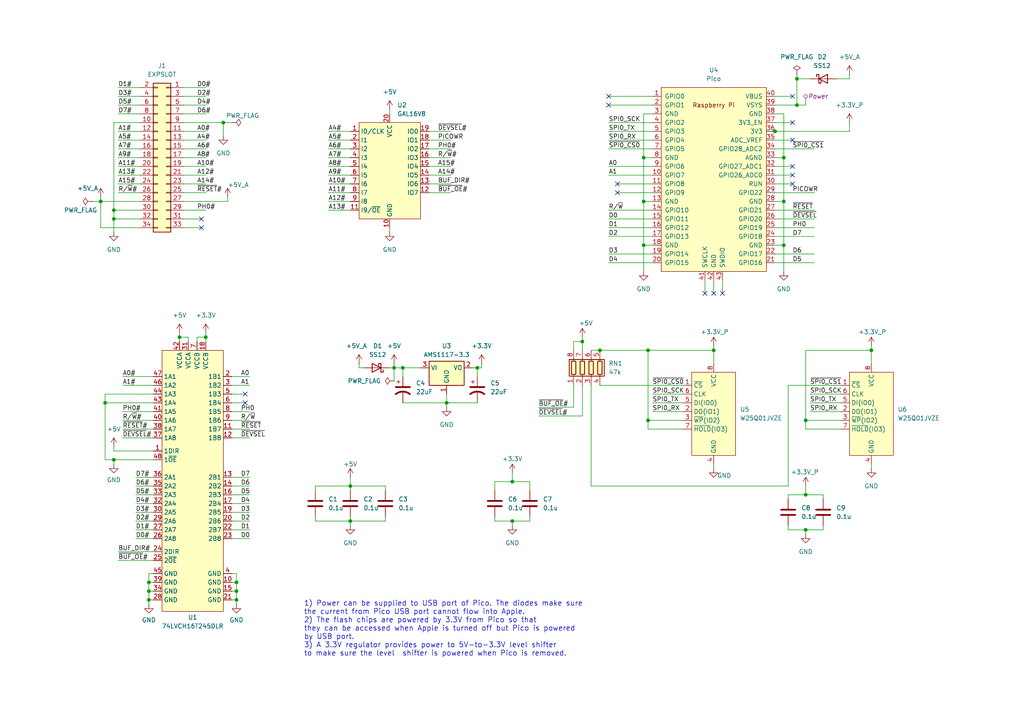
<source format=kicad_sch>
(kicad_sch (version 20231120) (generator "eeschema") (generator_version "8.0")
  (paper "A4")
  (title_block (title "MegaFlash") (date "2024-05-25") (rev "1"))
  (lib_symbols
    (symbol "+3.3V_1" (power) (pin_numbers hide) (pin_names (offset 0) hide)
      (property "Value" "+3.3V" (at 0 3.556 0))
      (symbol "+3.3V_1_1_1"
        (pin power_in line (at 0 0 90) (length 0) (name "~") (number "1"))
      )
    )
    (symbol "+3.3V_2" (power) (pin_numbers hide) (pin_names (offset 0) hide)
      (property "Value" "+3.3V" (at 0 3.556 0))
      (symbol "+3.3V_2_1_1"
        (pin power_in line (at 0 0 90) (length 0) (name "~") (number "1"))
      )
    )
    (symbol "+3.3V_3" (power) (pin_numbers hide) (pin_names (offset 0) hide)
      (property "Value" "+3.3V" (at 0 3.556 0))
      (symbol "+3.3V_3_1_1"
        (pin power_in line (at 0 0 90) (length 0) (name "~") (number "1"))
      )
    )
    (symbol "+5V_1" (power) (pin_numbers hide) (pin_names (offset 0) hide)
      (property "Value" "+5V" (at 0 3.556 0))
      (symbol "+5V_1_1_1"
        (pin power_in line (at 0 0 90) (length 0) (name "~") (number "1"))
      )
    )
    (symbol "+5V_2" (power) (pin_numbers hide) (pin_names (offset 0) hide)
      (property "Value" "+5V" (at 0 3.556 0))
      (symbol "+5V_2_1_1"
        (pin power_in line (at 0 0 90) (length 0) (name "~") (number "1"))
      )
    )
    (symbol "+5V_3" (power) (pin_numbers hide) (pin_names (offset 0) hide)
      (property "Value" "+5V" (at 0 3.556 0))
      (symbol "+5V_3_1_1"
        (pin power_in line (at 0 0 90) (length 0) (name "~") (number "1"))
      )
    )
    (symbol "+5V_5" (power) (pin_numbers hide) (pin_names (offset 0) hide)
      (property "Value" "+5V" (at 0 3.556 0))
      (symbol "+5V_5_1_1"
        (pin power_in line (at 0 0 90) (length 0) (name "~") (number "1"))
      )
    )
    (symbol "+5V_6" (power) (pin_numbers hide) (pin_names (offset 0) hide)
      (property "Value" "+5V" (at 0 3.556 0))
      (symbol "+5V_6_1_1"
        (pin power_in line (at 0 0 90) (length 0) (name "~") (number "1"))
      )
    )
    (symbol "Connector_Generic:Conn_02x17_Odd_Even" (pin_names (offset 1.016) hide)
      (property "Reference" "J" (at 1.27 22.86 0))
      (property "Value" "Conn_02x17_Odd_Even" (at 1.27 -22.86 0))
      (symbol "Conn_02x17_Odd_Even_1_1"
        (pin passive line (at -5.08 20.32 0) (length 3.81) (name "Pin_1") (number "1"))
        (pin passive line (at 7.62 10.16 180) (length 3.81) (name "Pin_10") (number "10"))
        (pin passive line (at -5.08 7.62 0) (length 3.81) (name "Pin_11") (number "11"))
        (pin passive line (at 7.62 7.62 180) (length 3.81) (name "Pin_12") (number "12"))
        (pin passive line (at -5.08 5.08 0) (length 3.81) (name "Pin_13") (number "13"))
        (pin passive line (at 7.62 5.08 180) (length 3.81) (name "Pin_14") (number "14"))
        (pin passive line (at -5.08 2.54 0) (length 3.81) (name "Pin_15") (number "15"))
        (pin passive line (at 7.62 2.54 180) (length 3.81) (name "Pin_16") (number "16"))
        (pin passive line (at -5.08 0 0) (length 3.81) (name "Pin_17") (number "17"))
        (pin passive line (at 7.62 0 180) (length 3.81) (name "Pin_18") (number "18"))
        (pin passive line (at -5.08 -2.54 0) (length 3.81) (name "Pin_19") (number "19"))
        (pin passive line (at 7.62 20.32 180) (length 3.81) (name "Pin_2") (number "2"))
        (pin passive line (at 7.62 -2.54 180) (length 3.81) (name "Pin_20") (number "20"))
        (pin passive line (at -5.08 -5.08 0) (length 3.81) (name "Pin_21") (number "21"))
        (pin passive line (at 7.62 -5.08 180) (length 3.81) (name "Pin_22") (number "22"))
        (pin passive line (at -5.08 -7.62 0) (length 3.81) (name "Pin_23") (number "23"))
        (pin passive line (at 7.62 -7.62 180) (length 3.81) (name "Pin_24") (number "24"))
        (pin passive line (at -5.08 -10.16 0) (length 3.81) (name "Pin_25") (number "25"))
        (pin passive line (at 7.62 -10.16 180) (length 3.81) (name "Pin_26") (number "26"))
        (pin passive line (at -5.08 -12.7 0) (length 3.81) (name "Pin_27") (number "27"))
        (pin passive line (at 7.62 -12.7 180) (length 3.81) (name "Pin_28") (number "28"))
        (pin passive line (at -5.08 -15.24 0) (length 3.81) (name "Pin_29") (number "29"))
        (pin passive line (at -5.08 17.78 0) (length 3.81) (name "Pin_3") (number "3"))
        (pin passive line (at 7.62 -15.24 180) (length 3.81) (name "Pin_30") (number "30"))
        (pin passive line (at -5.08 -17.78 0) (length 3.81) (name "Pin_31") (number "31"))
        (pin passive line (at 7.62 -17.78 180) (length 3.81) (name "Pin_32") (number "32"))
        (pin passive line (at -5.08 -20.32 0) (length 3.81) (name "Pin_33") (number "33"))
        (pin passive line (at 7.62 -20.32 180) (length 3.81) (name "Pin_34") (number "34"))
        (pin passive line (at 7.62 17.78 180) (length 3.81) (name "Pin_4") (number "4"))
        (pin passive line (at -5.08 15.24 0) (length 3.81) (name "Pin_5") (number "5"))
        (pin passive line (at 7.62 15.24 180) (length 3.81) (name "Pin_6") (number "6"))
        (pin passive line (at -5.08 12.7 0) (length 3.81) (name "Pin_7") (number "7"))
        (pin passive line (at 7.62 12.7 180) (length 3.81) (name "Pin_8") (number "8"))
        (pin passive line (at -5.08 10.16 0) (length 3.81) (name "Pin_9") (number "9"))
      )
    )
    (symbol "Device:C" (pin_numbers hide) (pin_names (offset 0.254))
      (property "Reference" "C" (at 0.635 2.54 0))
      (property "Value" "C" (at 0.635 -2.54 0))
      (symbol "C_1_1"
        (pin passive line (at 0 3.81 270) (length 2.794) (name "~") (number "1"))
        (pin passive line (at 0 -3.81 90) (length 2.794) (name "~") (number "2"))
      )
    )
    (symbol "Device:C_Polarized_US" (pin_numbers hide) (pin_names (offset 0.254) hide)
      (property "Reference" "C" (at 0.635 2.54 0))
      (property "Value" "C_Polarized_US" (at 0.635 -2.54 0))
      (symbol "C_Polarized_US_1_1"
        (pin passive line (at 0 3.81 270) (length 2.794) (name "~") (number "1"))
        (pin passive line (at 0 -3.81 90) (length 3.302) (name "~") (number "2"))
      )
    )
    (symbol "Device:R_Pack04" (pin_names (offset 0) hide)
      (property "Reference" "RN" (at -7.62 0 90))
      (property "Value" "R_Pack04" (at 5.08 0 90))
      (symbol "R_Pack04_1_1"
        (pin passive line (at -5.08 -5.08 90) (length 2.54) (name "R1.1") (number "1"))
        (pin passive line (at -2.54 -5.08 90) (length 2.54) (name "R2.1") (number "2"))
        (pin passive line (at 0 -5.08 90) (length 2.54) (name "R3.1") (number "3"))
        (pin passive line (at 2.54 -5.08 90) (length 2.54) (name "R4.1") (number "4"))
        (pin passive line (at 2.54 5.08 270) (length 2.54) (name "R4.2") (number "5"))
        (pin passive line (at 0 5.08 270) (length 2.54) (name "R3.2") (number "6"))
        (pin passive line (at -2.54 5.08 270) (length 2.54) (name "R2.2") (number "7"))
        (pin passive line (at -5.08 5.08 270) (length 2.54) (name "R1.2") (number "8"))
      )
    )
    (symbol "Diode:SS12" (pin_numbers hide) (pin_names (offset 1.016) hide)
      (property "Reference" "D" (at 0 2.54 0))
      (property "Value" "SS12" (at 0 -2.54 0))
      (symbol "SS12_1_1"
        (pin passive line (at -3.81 0 0) (length 2.54) (name "K") (number "1"))
        (pin passive line (at 3.81 0 180) (length 2.54) (name "A") (number "2"))
      )
    )
    (symbol "GND_1" (power) (pin_numbers hide) (pin_names (offset 0) hide)
      (property "Value" "GND" (at 0 -3.81 0))
      (symbol "GND_1_1_1"
        (pin power_in line (at 0 0 270) (length 0) (name "~") (number "1"))
      )
    )
    (symbol "GND_2" (power) (pin_numbers hide) (pin_names (offset 0) hide)
      (property "Value" "GND" (at 0 -3.81 0))
      (symbol "GND_2_1_1"
        (pin power_in line (at 0 0 270) (length 0) (name "~") (number "1"))
      )
    )
    (symbol "GND_4" (power) (pin_numbers hide) (pin_names (offset 0) hide)
      (property "Value" "GND" (at 0 -3.81 0))
      (symbol "GND_4_1_1"
        (pin power_in line (at 0 0 270) (length 0) (name "~") (number "1"))
      )
    )
    (symbol "GND_5" (power) (pin_numbers hide) (pin_names (offset 0) hide)
      (property "Value" "GND" (at 0 -3.81 0))
      (symbol "GND_5_1_1"
        (pin power_in line (at 0 0 270) (length 0) (name "~") (number "1"))
      )
    )
    (symbol "GND_6" (power) (pin_numbers hide) (pin_names (offset 0) hide)
      (property "Value" "GND" (at 0 -3.81 0))
      (symbol "GND_6_1_1"
        (pin power_in line (at 0 0 270) (length 0) (name "~") (number "1"))
      )
    )
    (symbol "GND_7" (power) (pin_numbers hide) (pin_names (offset 0) hide)
      (property "Value" "GND" (at 0 -3.81 0))
      (symbol "GND_7_1_1"
        (pin power_in line (at 0 0 270) (length 0) (name "~") (number "1"))
      )
    )
    (symbol "GND_8" (power) (pin_numbers hide) (pin_names (offset 0) hide)
      (property "Value" "GND" (at 0 -3.81 0))
      (symbol "GND_8_1_1"
        (pin power_in line (at 0 0 270) (length 0) (name "~") (number "1"))
      )
    )
    (symbol "Level_Shifter:74LVCH16T245"
      (property "Reference" "U" (at 0 0 0))
      (symbol "74LVCH16T245_1_1"
        (pin input line (at -11.43 -35.56 0) (length 2.54) (name "1DIR") (number "1"))
        (pin power_in line (at 11.43 -73.66 180) (length 2.54) (name "GND") (number "10"))
        (pin bidirectional line (at 11.43 -29.21 180) (length 2.54) (name "1B7") (number "11"))
        (pin bidirectional line (at 11.43 -31.75 180) (length 2.54) (name "1B8") (number "12"))
        (pin bidirectional line (at 11.43 -43.18 180) (length 2.54) (name "2B1") (number "13"))
        (pin bidirectional line (at 11.43 -45.72 180) (length 2.54) (name "2B2") (number "14"))
        (pin power_in line (at 11.43 -76.2 180) (length 2.54) (name "GND") (number "15"))
        (pin bidirectional line (at 11.43 -48.26 180) (length 2.54) (name "2B3") (number "16"))
        (pin bidirectional line (at 11.43 -50.8 180) (length 2.54) (name "2B4") (number "17"))
        (pin power_in line (at 3.81 -3.81 270) (length 2.54) (name "VCCB") (number "18"))
        (pin bidirectional line (at 11.43 -53.34 180) (length 2.54) (name "2B5") (number "19"))
        (pin bidirectional line (at 11.43 -13.97 180) (length 2.54) (name "1B1") (number "2"))
        (pin bidirectional line (at 11.43 -55.88 180) (length 2.54) (name "2B6") (number "20"))
        (pin power_in line (at 11.43 -78.74 180) (length 2.54) (name "GND") (number "21"))
        (pin bidirectional line (at 11.43 -58.42 180) (length 2.54) (name "2B7") (number "22"))
        (pin bidirectional line (at 11.43 -60.96 180) (length 2.54) (name "2B8") (number "23"))
        (pin input line (at -11.43 -64.77 0) (length 2.54) (name "2DIR") (number "24"))
        (pin input line (at -11.43 -67.31 0) (length 2.54) (name "2~{OE}") (number "25"))
        (pin bidirectional line (at -11.43 -60.96 0) (length 2.54) (name "2A8") (number "26"))
        (pin bidirectional line (at -11.43 -58.42 0) (length 2.54) (name "2A7") (number "27"))
        (pin power_in line (at -11.43 -78.74 0) (length 2.54) (name "GND") (number "28"))
        (pin bidirectional line (at -11.43 -55.88 0) (length 2.54) (name "2A6") (number "29"))
        (pin bidirectional line (at 11.43 -16.51 180) (length 2.54) (name "1B2") (number "3"))
        (pin bidirectional line (at -11.43 -53.34 0) (length 2.54) (name "2A5") (number "30"))
        (pin power_in line (at -1.27 -3.81 270) (length 2.54) (name "VCCA") (number "31"))
        (pin bidirectional line (at -11.43 -50.8 0) (length 2.54) (name "2A4") (number "32"))
        (pin bidirectional line (at -11.43 -48.26 0) (length 2.54) (name "2A3") (number "33"))
        (pin power_in line (at -11.43 -76.2 0) (length 2.54) (name "GND") (number "34"))
        (pin bidirectional line (at -11.43 -45.72 0) (length 2.54) (name "2A2") (number "35"))
        (pin bidirectional line (at -11.43 -43.18 0) (length 2.54) (name "2A1") (number "36"))
        (pin bidirectional line (at -11.43 -31.75 0) (length 2.54) (name "1A8") (number "37"))
        (pin bidirectional line (at -11.43 -29.21 0) (length 2.54) (name "1A7") (number "38"))
        (pin power_in line (at -11.43 -73.66 0) (length 2.54) (name "GND") (number "39"))
        (pin power_in line (at 11.43 -71.12 180) (length 2.54) (name "GND") (number "4"))
        (pin bidirectional line (at -11.43 -26.67 0) (length 2.54) (name "1A6") (number "40"))
        (pin bidirectional line (at -11.43 -24.13 0) (length 2.54) (name "1A5") (number "41"))
        (pin power_in line (at -3.81 -3.81 270) (length 2.54) (name "VCCA") (number "42"))
        (pin bidirectional line (at -11.43 -21.59 0) (length 2.54) (name "1A4") (number "43"))
        (pin bidirectional line (at -11.43 -19.05 0) (length 2.54) (name "1A3") (number "44"))
        (pin power_in line (at -11.43 -71.12 0) (length 2.54) (name "GND") (number "45"))
        (pin bidirectional line (at -11.43 -16.51 0) (length 2.54) (name "1A2") (number "46"))
        (pin bidirectional line (at -11.43 -13.97 0) (length 2.54) (name "1A1") (number "47"))
        (pin input line (at -11.43 -38.1 0) (length 2.54) (name "1~{OE}") (number "48"))
        (pin bidirectional line (at 11.43 -19.05 180) (length 2.54) (name "1B3") (number "5"))
        (pin bidirectional line (at 11.43 -21.59 180) (length 2.54) (name "1B4") (number "6"))
        (pin power_in line (at 1.27 -3.81 270) (length 2.54) (name "VCCB") (number "7"))
        (pin bidirectional line (at 11.43 -24.13 180) (length 2.54) (name "1B5") (number "8"))
        (pin bidirectional line (at 11.43 -26.67 180) (length 2.54) (name "1B6") (number "9"))
      )
    )
    (symbol "MCU_RhaspberryPi_and_Boards:Pico" (pin_names (offset 1.016))
      (property "Reference" "U" (at -13.97 27.94 0))
      (property "Value" "Pico" (at 0 19.05 0))
      (symbol "Pico_0_0"
        (text "Raspberry Pi" (at 0 21.59 0) (effects (font (size 1.27 1.27))))
      )
      (symbol "Pico_1_1"
        (pin bidirectional line (at -17.78 24.13 0) (length 2.54) (name "GPIO0") (number "1"))
        (pin bidirectional line (at -17.78 1.27 0) (length 2.54) (name "GPIO7") (number "10"))
        (pin bidirectional line (at -17.78 -1.27 0) (length 2.54) (name "GPIO8") (number "11"))
        (pin bidirectional line (at -17.78 -3.81 0) (length 2.54) (name "GPIO9") (number "12"))
        (pin power_in line (at -17.78 -6.35 0) (length 2.54) (name "GND") (number "13"))
        (pin bidirectional line (at -17.78 -8.89 0) (length 2.54) (name "GPIO10") (number "14"))
        (pin bidirectional line (at -17.78 -11.43 0) (length 2.54) (name "GPIO11") (number "15"))
        (pin bidirectional line (at -17.78 -13.97 0) (length 2.54) (name "GPIO12") (number "16"))
        (pin bidirectional line (at -17.78 -16.51 0) (length 2.54) (name "GPIO13") (number "17"))
        (pin power_in line (at -17.78 -19.05 0) (length 2.54) (name "GND") (number "18"))
        (pin bidirectional line (at -17.78 -21.59 0) (length 2.54) (name "GPIO14") (number "19"))
        (pin bidirectional line (at -17.78 21.59 0) (length 2.54) (name "GPIO1") (number "2"))
        (pin bidirectional line (at -17.78 -24.13 0) (length 2.54) (name "GPIO15") (number "20"))
        (pin bidirectional line (at 17.78 -24.13 180) (length 2.54) (name "GPIO16") (number "21"))
        (pin bidirectional line (at 17.78 -21.59 180) (length 2.54) (name "GPIO17") (number "22"))
        (pin power_in line (at 17.78 -19.05 180) (length 2.54) (name "GND") (number "23"))
        (pin bidirectional line (at 17.78 -16.51 180) (length 2.54) (name "GPIO18") (number "24"))
        (pin bidirectional line (at 17.78 -13.97 180) (length 2.54) (name "GPIO19") (number "25"))
        (pin bidirectional line (at 17.78 -11.43 180) (length 2.54) (name "GPIO20") (number "26"))
        (pin bidirectional line (at 17.78 -8.89 180) (length 2.54) (name "GPIO21") (number "27"))
        (pin power_in line (at 17.78 -6.35 180) (length 2.54) (name "GND") (number "28"))
        (pin bidirectional line (at 17.78 -3.81 180) (length 2.54) (name "GPIO22") (number "29"))
        (pin power_in line (at -17.78 19.05 0) (length 2.54) (name "GND") (number "3"))
        (pin input line (at 17.78 -1.27 180) (length 2.54) (name "RUN") (number "30"))
        (pin bidirectional line (at 17.78 1.27 180) (length 2.54) (name "GPIO26_ADC0") (number "31"))
        (pin bidirectional line (at 17.78 3.81 180) (length 2.54) (name "GPIO27_ADC1") (number "32"))
        (pin power_in line (at 17.78 6.35 180) (length 2.54) (name "AGND") (number "33"))
        (pin bidirectional line (at 17.78 8.89 180) (length 2.54) (name "GPIO28_ADC2") (number "34"))
        (pin input line (at 17.78 11.43 180) (length 2.54) (name "ADC_VREF") (number "35"))
        (pin power_out line (at 17.78 13.97 180) (length 2.54) (name "3V3") (number "36"))
        (pin input line (at 17.78 16.51 180) (length 2.54) (name "3V3_EN") (number "37"))
        (pin power_in line (at 17.78 19.05 180) (length 2.54) (name "GND") (number "38"))
        (pin power_in line (at 17.78 21.59 180) (length 2.54) (name "VSYS") (number "39"))
        (pin bidirectional line (at -17.78 16.51 0) (length 2.54) (name "GPIO2") (number "4"))
        (pin power_out line (at 17.78 24.13 180) (length 2.54) (name "VBUS") (number "40"))
        (pin input line (at -2.54 -29.21 90) (length 2.54) (name "SWCLK") (number "41"))
        (pin power_in line (at 0 -29.21 90) (length 2.54) (name "GND") (number "42"))
        (pin bidirectional line (at 2.54 -29.21 90) (length 2.54) (name "SWDIO") (number "43"))
        (pin bidirectional line (at -17.78 13.97 0) (length 2.54) (name "GPIO3") (number "5"))
        (pin bidirectional line (at -17.78 11.43 0) (length 2.54) (name "GPIO4") (number "6"))
        (pin bidirectional line (at -17.78 8.89 0) (length 2.54) (name "GPIO5") (number "7"))
        (pin power_in line (at -17.78 6.35 0) (length 2.54) (name "GND") (number "8"))
        (pin bidirectional line (at -17.78 3.81 0) (length 2.54) (name "GPIO6") (number "9"))
      )
    )
    (symbol "Memory_Winbond:W25Q01JVZE"
      (property "Reference" "U" (at 7.366 1.524 0))
      (property "Value" "W25Q01JVZE" (at 12.7 -0.254 0))
      (symbol "W25Q01JVZE_1_1"
        (pin input line (at -8.89 7.62 0) (length 2.54) (name "~{CS}") (number "1"))
        (pin bidirectional line (at -8.89 0 0) (length 2.54) (name "DO(IO1)") (number "2"))
        (pin passive line (at -8.89 -2.54 0) (length 2.54) (name "~{WP}(IO2)") (number "3"))
        (pin power_in line (at 0 -15.24 90) (length 2.54) (name "GND") (number "4"))
        (pin bidirectional line (at -8.89 2.54 0) (length 2.54) (name "DI(IO0)") (number "5"))
        (pin input line (at -8.89 5.08 0) (length 2.54) (name "CLK") (number "6"))
        (pin passive line (at -8.89 -5.08 0) (length 2.54) (name "~{HOLD}(IO3)") (number "7"))
        (pin power_in line (at 0 13.97 270) (length 2.54) (name "VCC") (number "8"))
      )
    )
    (symbol "PLD:GAL16V8"
      (property "Reference" "U" (at 0 21.59 0))
      (property "Value" "GAL16V8" (at 0 19.05 0))
      (symbol "GAL16V8_1_1"
        (pin input line (at -11.43 11.43 0) (length 2.54) (name "I0/CLK") (number "1"))
        (pin power_in line (at 0 -16.51 90) (length 2.54) (name "GND") (number "10"))
        (pin input line (at -11.43 -11.43 0) (length 2.54) (name "I9/~{OE}") (number "11"))
        (pin bidirectional line (at 11.43 -6.35 180) (length 2.54) (name "IO7") (number "12"))
        (pin bidirectional line (at 11.43 -3.81 180) (length 2.54) (name "IO6") (number "13"))
        (pin bidirectional line (at 11.43 -1.27 180) (length 2.54) (name "IO5") (number "14"))
        (pin bidirectional line (at 11.43 1.27 180) (length 2.54) (name "IO4") (number "15"))
        (pin bidirectional line (at 11.43 3.81 180) (length 2.54) (name "IO3") (number "16"))
        (pin bidirectional line (at 11.43 6.35 180) (length 2.54) (name "IO2") (number "17"))
        (pin bidirectional line (at 11.43 8.89 180) (length 2.54) (name "IO1") (number "18"))
        (pin bidirectional line (at 11.43 11.43 180) (length 2.54) (name "IO0") (number "19"))
        (pin input line (at -11.43 8.89 0) (length 2.54) (name "I1") (number "2"))
        (pin power_in line (at 0 16.51 270) (length 2.54) (name "VCC") (number "20"))
        (pin input line (at -11.43 6.35 0) (length 2.54) (name "I2") (number "3"))
        (pin input line (at -11.43 3.81 0) (length 2.54) (name "I3") (number "4"))
        (pin input line (at -11.43 1.27 0) (length 2.54) (name "I4") (number "5"))
        (pin input line (at -11.43 -1.27 0) (length 2.54) (name "I5") (number "6"))
        (pin input line (at -11.43 -3.81 0) (length 2.54) (name "I6") (number "7"))
        (pin input line (at -11.43 -6.35 0) (length 2.54) (name "I7") (number "8"))
        (pin input line (at -11.43 -8.89 0) (length 2.54) (name "I8") (number "9"))
      )
    )
    (symbol "PWR_FLAG_1" (power) (pin_numbers hide) (pin_names (offset 0) hide)
      (property "Value" "PWR_FLAG" (at 0 3.81 0))
      (symbol "PWR_FLAG_1_0_0"
        (pin power_out line (at 0 0 90) (length 0) (name "~") (number "1"))
      )
    )
    (symbol "PWR_FLAG_2" (power) (pin_numbers hide) (pin_names (offset 0) hide)
      (property "Value" "PWR_FLAG" (at 0 3.81 0))
      (symbol "PWR_FLAG_2_0_0"
        (pin power_out line (at 0 0 90) (length 0) (name "~") (number "1"))
      )
    )
    (symbol "Regulator_Linear:AMS1117-3.3"
      (property "Reference" "U" (at -3.81 3.175 0))
      (property "Value" "AMS1117-3.3" (at 0 3.175 0))
      (symbol "AMS1117-3.3_1_1"
        (pin power_in line (at 0 -7.62 90) (length 2.54) (name "GND") (number "1"))
        (pin power_out line (at 7.62 0 180) (length 2.54) (name "VO") (number "2"))
        (pin power_in line (at -7.62 0 0) (length 2.54) (name "VI") (number "3"))
      )
    )
    (symbol "power:+5V" (power) (pin_numbers hide) (pin_names (offset 0) hide)
      (property "Value" "+5V" (at 0 3.556 0))
      (symbol "+5V_1_1"
        (pin power_in line (at 0 0 90) (length 0) (name "~") (number "1"))
      )
    )
  )
  (junction (at 43.18 173.99))
  (junction (at 129.54 116.84))
  (junction (at 33.02 133.35))
  (junction (at 33.02 63.5))
  (junction (at 101.6 151.13))
  (junction (at 233.68 121.92))
  (junction (at 187.96 101.6))
  (junction (at 186.69 45.72))
  (junction (at 114.3 106.68))
  (junction (at 30.48 116.84))
  (junction (at 101.6 140.97))
  (junction (at 68.58 173.99))
  (junction (at 187.96 121.92))
  (junction (at 227.33 71.12))
  (junction (at 231.14 22.86))
  (junction (at 59.69 97.79))
  (junction (at 43.18 168.91))
  (junction (at 186.69 71.12))
  (junction (at 252.73 101.6))
  (junction (at 33.02 60.96))
  (junction (at 173.99 101.6))
  (junction (at 148.59 151.13))
  (junction (at 68.58 168.91))
  (junction (at 207.01 101.6))
  (junction (at 231.14 30.48))
  (junction (at 227.33 58.42))
  (junction (at 227.33 45.72))
  (junction (at 138.43 106.68))
  (junction (at 233.68 143.51))
  (junction (at 148.59 139.7))
  (junction (at 224.79 38.1))
  (junction (at 168.91 99.06))
  (junction (at 43.18 171.45))
  (junction (at 29.21 58.42))
  (junction (at 116.84 106.68))
  (junction (at 68.58 171.45))
  (junction (at 64.77 35.56))
  (junction (at 233.68 153.67))
  (junction (at 186.69 58.42))
  (junction (at 52.07 97.79))
  (no_connect (at 58.42 66.04))
  (no_connect (at 179.07 53.34))
  (no_connect (at 179.07 55.88))
  (no_connect (at 229.87 27.94))
  (no_connect (at 229.87 53.34))
  (no_connect (at 229.87 50.8))
  (no_connect (at 58.42 63.5))
  (no_connect (at 229.87 48.26))
  (no_connect (at 176.53 27.94))
  (no_connect (at 229.87 40.64))
  (no_connect (at 209.55 85.09))
  (no_connect (at 71.12 116.84))
  (no_connect (at 204.47 85.09))
  (no_connect (at 176.53 30.48))
  (no_connect (at 71.12 114.3))
  (no_connect (at 207.01 85.09))
  (no_connect (at 229.87 35.56))
  (wire (pts (xy 231.14 22.86) (xy 234.95 22.86)))
  (wire (pts (xy 124.46 38.1) (xy 130.81 38.1)))
  (wire (pts (xy 224.79 58.42) (xy 227.33 58.42)))
  (wire (pts (xy 176.53 66.04) (xy 189.23 66.04)))
  (wire (pts (xy 30.48 116.84) (xy 30.48 114.3)))
  (wire (pts (xy 176.53 60.96) (xy 189.23 60.96)))
  (wire (pts (xy 53.34 66.04) (xy 58.42 66.04)))
  (wire (pts (xy 228.6 143.51) (xy 228.6 144.78)))
  (wire (pts (xy 234.95 114.3) (xy 243.84 114.3)))
  (wire (pts (xy 153.67 139.7) (xy 153.67 142.24)))
  (wire (pts (xy 231.14 30.48) (xy 233.68 30.48)))
  (wire (pts (xy 224.79 68.58) (xy 236.22 68.58)))
  (wire (pts (xy 139.7 106.68) (xy 139.7 105.41)))
  (wire (pts (xy 224.79 38.1) (xy 246.38 38.1)))
  (wire (pts (xy 34.29 48.26) (xy 40.64 48.26)))
  (wire (pts (xy 35.56 119.38) (xy 44.45 119.38)))
  (wire (pts (xy 209.55 81.28) (xy 209.55 85.09)))
  (wire (pts (xy 52.07 96.52) (xy 52.07 97.79)))
  (wire (pts (xy 129.54 116.84) (xy 138.43 116.84)))
  (wire (pts (xy 148.59 151.13) (xy 148.59 152.4)))
  (wire (pts (xy 156.21 120.65) (xy 168.91 120.65)))
  (wire (pts (xy 95.25 53.34) (xy 101.6 53.34)))
  (wire (pts (xy 143.51 142.24) (xy 143.51 139.7)))
  (wire (pts (xy 34.29 30.48) (xy 40.64 30.48)))
  (wire (pts (xy 116.84 106.68) (xy 121.92 106.68)))
  (wire (pts (xy 224.79 43.18) (xy 236.22 43.18)))
  (wire (pts (xy 95.25 40.64) (xy 101.6 40.64)))
  (wire (pts (xy 124.46 53.34) (xy 130.81 53.34)))
  (wire (pts (xy 33.02 60.96) (xy 33.02 35.56)))
  (wire (pts (xy 59.69 97.79) (xy 59.69 99.06)))
  (wire (pts (xy 114.3 105.41) (xy 114.3 106.68)))
  (wire (pts (xy 234.95 116.84) (xy 243.84 116.84)))
  (wire (pts (xy 189.23 71.12) (xy 186.69 71.12)))
  (wire (pts (xy 67.31 138.43) (xy 72.39 138.43)))
  (wire (pts (xy 33.02 60.96) (xy 33.02 63.5)))
  (wire (pts (xy 156.21 118.11) (xy 166.37 118.11)))
  (wire (pts (xy 224.79 40.64) (xy 229.87 40.64)))
  (wire (pts (xy 166.37 99.06) (xy 166.37 101.6)))
  (wire (pts (xy 67.31 116.84) (xy 71.12 116.84)))
  (wire (pts (xy 95.25 55.88) (xy 101.6 55.88)))
  (wire (pts (xy 35.56 111.76) (xy 44.45 111.76)))
  (wire (pts (xy 224.79 45.72) (xy 227.33 45.72)))
  (wire (pts (xy 129.54 116.84) (xy 129.54 118.11)))
  (wire (pts (xy 187.96 121.92) (xy 187.96 124.46)))
  (wire (pts (xy 34.29 160.02) (xy 44.45 160.02)))
  (wire (pts (xy 176.53 43.18) (xy 189.23 43.18)))
  (wire (pts (xy 238.76 143.51) (xy 238.76 144.78)))
  (wire (pts (xy 207.01 100.33) (xy 207.01 101.6)))
  (wire (pts (xy 67.31 114.3) (xy 71.12 114.3)))
  (wire (pts (xy 39.37 156.21) (xy 44.45 156.21)))
  (wire (pts (xy 53.34 27.94) (xy 59.69 27.94)))
  (wire (pts (xy 53.34 50.8) (xy 59.69 50.8)))
  (wire (pts (xy 54.61 99.06) (xy 54.61 97.79)))
  (wire (pts (xy 166.37 118.11) (xy 166.37 111.76)))
  (wire (pts (xy 67.31 140.97) (xy 72.39 140.97)))
  (wire (pts (xy 39.37 151.13) (xy 44.45 151.13)))
  (wire (pts (xy 233.68 101.6) (xy 252.73 101.6)))
  (wire (pts (xy 186.69 33.02) (xy 186.69 45.72)))
  (wire (pts (xy 246.38 22.86) (xy 246.38 21.59)))
  (wire (pts (xy 143.51 151.13) (xy 148.59 151.13)))
  (wire (pts (xy 95.25 58.42) (xy 101.6 58.42)))
  (wire (pts (xy 53.34 58.42) (xy 66.04 58.42)))
  (wire (pts (xy 231.14 22.86) (xy 231.14 30.48)))
  (wire (pts (xy 113.03 106.68) (xy 114.3 106.68)))
  (wire (pts (xy 39.37 143.51) (xy 44.45 143.51)))
  (wire (pts (xy 43.18 171.45) (xy 44.45 171.45)))
  (wire (pts (xy 224.79 27.94) (xy 229.87 27.94)))
  (wire (pts (xy 34.29 25.4) (xy 40.64 25.4)))
  (wire (pts (xy 233.68 121.92) (xy 243.84 121.92)))
  (wire (pts (xy 34.29 27.94) (xy 40.64 27.94)))
  (wire (pts (xy 30.48 116.84) (xy 44.45 116.84)))
  (wire (pts (xy 34.29 162.56) (xy 44.45 162.56)))
  (wire (pts (xy 224.79 33.02) (xy 227.33 33.02)))
  (wire (pts (xy 204.47 81.28) (xy 204.47 85.09)))
  (wire (pts (xy 68.58 166.37) (xy 68.58 168.91)))
  (wire (pts (xy 116.84 116.84) (xy 129.54 116.84)))
  (wire (pts (xy 233.68 121.92) (xy 233.68 124.46)))
  (wire (pts (xy 227.33 45.72) (xy 227.33 58.42)))
  (wire (pts (xy 57.15 97.79) (xy 59.69 97.79)))
  (wire (pts (xy 207.01 101.6) (xy 207.01 105.41)))
  (wire (pts (xy 35.56 121.92) (xy 44.45 121.92)))
  (wire (pts (xy 187.96 124.46) (xy 198.12 124.46)))
  (wire (pts (xy 43.18 168.91) (xy 43.18 171.45)))
  (wire (pts (xy 67.31 153.67) (xy 72.39 153.67)))
  (wire (pts (xy 53.34 45.72) (xy 59.69 45.72)))
  (wire (pts (xy 34.29 38.1) (xy 40.64 38.1)))
  (wire (pts (xy 171.45 101.6) (xy 173.99 101.6)))
  (wire (pts (xy 224.79 73.66) (xy 236.22 73.66)))
  (wire (pts (xy 91.44 151.13) (xy 101.6 151.13)))
  (wire (pts (xy 238.76 153.67) (xy 238.76 152.4)))
  (wire (pts (xy 116.84 106.68) (xy 116.84 109.22)))
  (wire (pts (xy 53.34 30.48) (xy 59.69 30.48)))
  (wire (pts (xy 33.02 35.56) (xy 40.64 35.56)))
  (wire (pts (xy 114.3 106.68) (xy 116.84 106.68)))
  (wire (pts (xy 67.31 127) (xy 72.39 127)))
  (wire (pts (xy 228.6 153.67) (xy 233.68 153.67)))
  (wire (pts (xy 186.69 33.02) (xy 189.23 33.02)))
  (wire (pts (xy 64.77 35.56) (xy 64.77 39.37)))
  (wire (pts (xy 179.07 55.88) (xy 189.23 55.88)))
  (wire (pts (xy 95.25 50.8) (xy 101.6 50.8)))
  (wire (pts (xy 176.53 35.56) (xy 189.23 35.56)))
  (wire (pts (xy 68.58 168.91) (xy 68.58 171.45)))
  (wire (pts (xy 104.14 106.68) (xy 105.41 106.68)))
  (wire (pts (xy 187.96 101.6) (xy 207.01 101.6)))
  (wire (pts (xy 222.25 38.1) (xy 224.79 38.1)))
  (wire (pts (xy 138.43 106.68) (xy 139.7 106.68)))
  (wire (pts (xy 233.68 153.67) (xy 233.68 154.94)))
  (wire (pts (xy 91.44 140.97) (xy 101.6 140.97)))
  (wire (pts (xy 95.25 60.96) (xy 101.6 60.96)))
  (wire (pts (xy 53.34 55.88) (xy 59.69 55.88)))
  (wire (pts (xy 224.79 63.5) (xy 236.22 63.5)))
  (wire (pts (xy 64.77 35.56) (xy 67.31 35.56)))
  (wire (pts (xy 67.31 119.38) (xy 72.39 119.38)))
  (wire (pts (xy 43.18 173.99) (xy 43.18 175.26)))
  (wire (pts (xy 224.79 60.96) (xy 236.22 60.96)))
  (wire (pts (xy 67.31 171.45) (xy 68.58 171.45)))
  (wire (pts (xy 39.37 153.67) (xy 44.45 153.67)))
  (wire (pts (xy 34.29 33.02) (xy 40.64 33.02)))
  (wire (pts (xy 34.29 50.8) (xy 40.64 50.8)))
  (wire (pts (xy 228.6 140.97) (xy 171.45 140.97)))
  (wire (pts (xy 233.68 101.6) (xy 233.68 121.92)))
  (wire (pts (xy 179.07 53.34) (xy 189.23 53.34)))
  (wire (pts (xy 176.53 38.1) (xy 189.23 38.1)))
  (wire (pts (xy 228.6 143.51) (xy 233.68 143.51)))
  (wire (pts (xy 34.29 55.88) (xy 40.64 55.88)))
  (wire (pts (xy 113.03 66.04) (xy 113.03 67.31)))
  (wire (pts (xy 53.34 48.26) (xy 59.69 48.26)))
  (wire (pts (xy 173.99 111.76) (xy 198.12 111.76)))
  (wire (pts (xy 30.48 116.84) (xy 30.48 133.35)))
  (wire (pts (xy 186.69 45.72) (xy 189.23 45.72)))
  (wire (pts (xy 252.73 101.6) (xy 252.73 105.41)))
  (wire (pts (xy 171.45 140.97) (xy 171.45 111.76)))
  (wire (pts (xy 33.02 63.5) (xy 33.02 67.31)))
  (wire (pts (xy 101.6 140.97) (xy 101.6 142.24)))
  (wire (pts (xy 233.68 140.97) (xy 233.68 143.51)))
  (wire (pts (xy 176.53 48.26) (xy 189.23 48.26)))
  (wire (pts (xy 33.02 130.81) (xy 33.02 129.54)))
  (wire (pts (xy 43.18 166.37) (xy 43.18 168.91)))
  (wire (pts (xy 53.34 60.96) (xy 59.69 60.96)))
  (wire (pts (xy 124.46 55.88) (xy 130.81 55.88)))
  (wire (pts (xy 227.33 33.02) (xy 227.33 45.72)))
  (wire (pts (xy 176.53 27.94) (xy 189.23 27.94)))
  (wire (pts (xy 224.79 48.26) (xy 229.87 48.26)))
  (wire (pts (xy 95.25 43.18) (xy 101.6 43.18)))
  (wire (pts (xy 39.37 148.59) (xy 44.45 148.59)))
  (wire (pts (xy 67.31 111.76) (xy 72.39 111.76)))
  (wire (pts (xy 138.43 106.68) (xy 138.43 109.22)))
  (wire (pts (xy 53.34 53.34) (xy 59.69 53.34)))
  (wire (pts (xy 148.59 137.16) (xy 148.59 139.7)))
  (wire (pts (xy 95.25 38.1) (xy 101.6 38.1)))
  (wire (pts (xy 67.31 146.05) (xy 72.39 146.05)))
  (wire (pts (xy 57.15 99.06) (xy 57.15 97.79)))
  (wire (pts (xy 189.23 116.84) (xy 198.12 116.84)))
  (wire (pts (xy 231.14 21.59) (xy 231.14 22.86)))
  (wire (pts (xy 124.46 50.8) (xy 130.81 50.8)))
  (wire (pts (xy 233.68 124.46) (xy 243.84 124.46)))
  (wire (pts (xy 224.79 55.88) (xy 236.22 55.88)))
  (wire (pts (xy 35.56 109.22) (xy 44.45 109.22)))
  (wire (pts (xy 189.23 58.42) (xy 186.69 58.42)))
  (wire (pts (xy 53.34 40.64) (xy 59.69 40.64)))
  (wire (pts (xy 67.31 143.51) (xy 72.39 143.51)))
  (wire (pts (xy 224.79 53.34) (xy 229.87 53.34)))
  (wire (pts (xy 35.56 124.46) (xy 44.45 124.46)))
  (wire (pts (xy 224.79 76.2) (xy 236.22 76.2)))
  (wire (pts (xy 67.31 124.46) (xy 72.39 124.46)))
  (wire (pts (xy 176.53 63.5) (xy 189.23 63.5)))
  (wire (pts (xy 228.6 111.76) (xy 243.84 111.76)))
  (wire (pts (xy 224.79 35.56) (xy 229.87 35.56)))
  (wire (pts (xy 124.46 48.26) (xy 130.81 48.26)))
  (wire (pts (xy 34.29 43.18) (xy 40.64 43.18)))
  (wire (pts (xy 173.99 101.6) (xy 187.96 101.6)))
  (wire (pts (xy 53.34 38.1) (xy 59.69 38.1)))
  (wire (pts (xy 246.38 35.56) (xy 246.38 38.1)))
  (wire (pts (xy 67.31 173.99) (xy 68.58 173.99)))
  (wire (pts (xy 35.56 127) (xy 44.45 127)))
  (wire (pts (xy 59.69 96.52) (xy 59.69 97.79)))
  (wire (pts (xy 176.53 40.64) (xy 189.23 40.64)))
  (wire (pts (xy 233.68 143.51) (xy 238.76 143.51)))
  (wire (pts (xy 66.04 57.15) (xy 66.04 58.42)))
  (wire (pts (xy 101.6 140.97) (xy 111.76 140.97)))
  (wire (pts (xy 252.73 100.33) (xy 252.73 101.6)))
  (wire (pts (xy 186.69 71.12) (xy 186.69 58.42)))
  (wire (pts (xy 29.21 66.04) (xy 40.64 66.04)))
  (wire (pts (xy 67.31 168.91) (xy 68.58 168.91)))
  (wire (pts (xy 101.6 138.43) (xy 101.6 140.97)))
  (wire (pts (xy 187.96 121.92) (xy 198.12 121.92)))
  (wire (pts (xy 129.54 114.3) (xy 129.54 116.84)))
  (wire (pts (xy 54.61 97.79) (xy 52.07 97.79)))
  (wire (pts (xy 124.46 45.72) (xy 130.81 45.72)))
  (wire (pts (xy 29.21 58.42) (xy 40.64 58.42)))
  (wire (pts (xy 148.59 151.13) (xy 153.67 151.13)))
  (wire (pts (xy 124.46 43.18) (xy 130.81 43.18)))
  (wire (pts (xy 34.29 53.34) (xy 40.64 53.34)))
  (wire (pts (xy 67.31 109.22) (xy 72.39 109.22)))
  (wire (pts (xy 207.01 134.62) (xy 207.01 135.89)))
  (wire (pts (xy 67.31 156.21) (xy 72.39 156.21)))
  (wire (pts (xy 67.31 148.59) (xy 72.39 148.59)))
  (wire (pts (xy 33.02 133.35) (xy 44.45 133.35)))
  (wire (pts (xy 67.31 166.37) (xy 68.58 166.37)))
  (wire (pts (xy 44.45 130.81) (xy 33.02 130.81)))
  (wire (pts (xy 176.53 73.66) (xy 189.23 73.66)))
  (wire (pts (xy 43.18 171.45) (xy 43.18 173.99)))
  (wire (pts (xy 91.44 149.86) (xy 91.44 151.13)))
  (wire (pts (xy 111.76 140.97) (xy 111.76 142.24)))
  (wire (pts (xy 52.07 97.79) (xy 52.07 99.06)))
  (wire (pts (xy 224.79 50.8) (xy 229.87 50.8)))
  (wire (pts (xy 168.91 99.06) (xy 166.37 99.06)))
  (wire (pts (xy 224.79 30.48) (xy 231.14 30.48)))
  (wire (pts (xy 29.21 57.15) (xy 29.21 58.42)))
  (wire (pts (xy 53.34 25.4) (xy 59.69 25.4)))
  (wire (pts (xy 176.53 50.8) (xy 189.23 50.8)))
  (wire (pts (xy 153.67 149.86) (xy 153.67 151.13)))
  (wire (pts (xy 137.16 106.68) (xy 138.43 106.68)))
  (wire (pts (xy 43.18 168.91) (xy 44.45 168.91)))
  (wire (pts (xy 168.91 111.76) (xy 168.91 120.65)))
  (wire (pts (xy 224.79 71.12) (xy 227.33 71.12)))
  (wire (pts (xy 68.58 171.45) (xy 68.58 173.99)))
  (wire (pts (xy 30.48 114.3) (xy 44.45 114.3)))
  (wire (pts (xy 101.6 151.13) (xy 101.6 152.4)))
  (wire (pts (xy 187.96 101.6) (xy 187.96 121.92)))
  (wire (pts (xy 34.29 45.72) (xy 40.64 45.72)))
  (wire (pts (xy 101.6 149.86) (xy 101.6 151.13)))
  (wire (pts (xy 227.33 71.12) (xy 227.33 78.74)))
  (wire (pts (xy 148.59 139.7) (xy 153.67 139.7)))
  (wire (pts (xy 26.67 58.42) (xy 29.21 58.42)))
  (wire (pts (xy 67.31 121.92) (xy 72.39 121.92)))
  (wire (pts (xy 40.64 60.96) (xy 33.02 60.96)))
  (wire (pts (xy 176.53 76.2) (xy 189.23 76.2)))
  (wire (pts (xy 30.48 133.35) (xy 33.02 133.35)))
  (wire (pts (xy 113.03 31.75) (xy 113.03 33.02)))
  (wire (pts (xy 53.34 63.5) (xy 58.42 63.5)))
  (wire (pts (xy 68.58 173.99) (xy 68.58 175.26)))
  (wire (pts (xy 234.95 119.38) (xy 243.84 119.38)))
  (wire (pts (xy 91.44 142.24) (xy 91.44 140.97)))
  (wire (pts (xy 143.51 139.7) (xy 148.59 139.7)))
  (wire (pts (xy 101.6 151.13) (xy 111.76 151.13)))
  (wire (pts (xy 233.68 153.67) (xy 238.76 153.67)))
  (wire (pts (xy 53.34 43.18) (xy 59.69 43.18)))
  (wire (pts (xy 67.31 151.13) (xy 72.39 151.13)))
  (wire (pts (xy 168.91 99.06) (xy 168.91 101.6)))
  (wire (pts (xy 168.91 97.79) (xy 168.91 99.06)))
  (wire (pts (xy 39.37 146.05) (xy 44.45 146.05)))
  (wire (pts (xy 228.6 152.4) (xy 228.6 153.67)))
  (wire (pts (xy 34.29 40.64) (xy 40.64 40.64)))
  (wire (pts (xy 227.33 58.42) (xy 227.33 71.12)))
  (wire (pts (xy 29.21 58.42) (xy 29.21 66.04)))
  (wire (pts (xy 53.34 33.02) (xy 59.69 33.02)))
  (wire (pts (xy 44.45 166.37) (xy 43.18 166.37)))
  (wire (pts (xy 176.53 30.48) (xy 189.23 30.48)))
  (wire (pts (xy 242.57 22.86) (xy 246.38 22.86)))
  (wire (pts (xy 186.69 45.72) (xy 186.69 58.42)))
  (wire (pts (xy 95.25 45.72) (xy 101.6 45.72)))
  (wire (pts (xy 207.01 81.28) (xy 207.01 85.09)))
  (wire (pts (xy 114.3 106.68) (xy 114.3 110.49)))
  (wire (pts (xy 186.69 71.12) (xy 186.69 78.74)))
  (wire (pts (xy 252.73 134.62) (xy 252.73 135.89)))
  (wire (pts (xy 189.23 119.38) (xy 198.12 119.38)))
  (wire (pts (xy 43.18 173.99) (xy 44.45 173.99)))
  (wire (pts (xy 53.34 35.56) (xy 64.77 35.56)))
  (wire (pts (xy 40.64 63.5) (xy 33.02 63.5)))
  (wire (pts (xy 124.46 40.64) (xy 130.81 40.64)))
  (wire (pts (xy 33.02 134.62) (xy 33.02 133.35)))
  (wire (pts (xy 111.76 149.86) (xy 111.76 151.13)))
  (wire (pts (xy 39.37 140.97) (xy 44.45 140.97)))
  (wire (pts (xy 228.6 111.76) (xy 228.6 140.97)))
  (wire (pts (xy 176.53 68.58) (xy 189.23 68.58)))
  (wire (pts (xy 143.51 149.86) (xy 143.51 151.13)))
  (wire (pts (xy 189.23 114.3) (xy 198.12 114.3)))
  (wire (pts (xy 95.25 48.26) (xy 101.6 48.26)))
  (wire (pts (xy 104.14 105.41) (xy 104.14 106.68)))
  (wire (pts (xy 39.37 138.43) (xy 44.45 138.43)))
  (wire (pts (xy 224.79 66.04) (xy 236.22 66.04)))
  (text "1) Power can be supplied to USB port of Pico. The diodes make sure \nthe current from Pico USB port cannot flow into Apple.\n2) The flash chips are powered by 3.3V from Pico so that\nthey can be accessed when Apple is turned off but Pico is powered \nby USB port.\n3) A 3.3V regulator provides power to 5V-to-3.3V level shifter\nto make sure the level  shifter is powered when Pico is removed." (at 88.138 182.372 0) (effects (font (size 1.5 1.5)) (justify left)))
  (label "~{DEVSEL}" (at 69.85 127 0))
  (label "BUF_DIR#" (at 34.29 160.02 0))
  (label "D4" (at 176.53 76.2 0))
  (label "A13#" (at 95.25 60.96 0))
  (label "SPI0_SCK" (at 189.23 114.3 0))
  (label "D6#" (at 39.37 140.97 0))
  (label "~{DEVSEL}" (at 229.87 63.5 0))
  (label "A5#" (at 95.25 40.64 0))
  (label "A6#" (at 57.15 43.18 0))
  (label "D2#" (at 39.37 151.13 0))
  (label "D5#" (at 39.37 143.51 0))
  (label "D1#" (at 39.37 153.67 0))
  (label "SPI0_RX" (at 189.23 119.38 0))
  (label "R{slash}~{W}#" (at 35.56 121.92 0))
  (label "D7" (at 69.85 138.43 0))
  (label "D6#" (at 57.15 33.02 0))
  (label "A14#" (at 127 50.8 0))
  (label "D0#" (at 57.15 25.4 0))
  (label "A15#" (at 127 48.26 0))
  (label "D7#" (at 34.29 33.02 0))
  (label "R{slash}~{W}#" (at 127 45.72 0))
  (label "A8#" (at 95.25 48.26 0))
  (label "D3#" (at 34.29 27.94 0))
  (label "D1#" (at 34.29 25.4 0))
  (label "A6#" (at 95.25 43.18 0))
  (label "~{RESET}#" (at 35.56 124.46 0))
  (label "A14#" (at 57.15 53.34 0))
  (label "D1" (at 69.85 153.67 0))
  (label "A9#" (at 95.25 50.8 0))
  (label "PH0#" (at 127 43.18 0))
  (label "~{BUF_OE}#" (at 127 55.88 0))
  (label "A15#" (at 34.29 53.34 0))
  (label "~{SPI0_CS0}" (at 189.23 111.76 0))
  (label "A12#" (at 57.15 50.8 0))
  (label "A10#" (at 57.15 48.26 0))
  (label "SPI0_RX" (at 234.95 119.38 0))
  (label "PICOWR" (at 229.87 55.88 0))
  (label "A10#" (at 95.25 53.34 0))
  (label "A12#" (at 95.25 58.42 0))
  (label "~{BUF_OE}#" (at 156.21 118.11 0))
  (label "D0" (at 176.53 63.5 0))
  (label "~{SPI0_CS1}" (at 229.87 43.18 0))
  (label "A0#" (at 57.15 38.1 0))
  (label "D0" (at 69.85 156.21 0))
  (label "BUF_DIR#" (at 127 53.34 0))
  (label "~{DEVSEL}#" (at 127 38.1 0))
  (label "D6" (at 69.85 140.97 0))
  (label "~{DEVSEL}#" (at 156.21 120.65 0))
  (label "SPI0_TX" (at 176.53 38.1 0))
  (label "PH0" (at 69.85 119.38 0))
  (label "A7#" (at 34.29 43.18 0))
  (label "D5#" (at 34.29 30.48 0))
  (label "SPI0_SCK" (at 234.95 114.3 0))
  (label "~{RESET}" (at 229.87 60.96 0))
  (label "SPI0_RX" (at 176.53 40.64 0))
  (label "D2" (at 176.53 68.58 0))
  (label "R{slash}~{W}" (at 69.85 121.92 0))
  (label "~{RESET}#" (at 57.15 55.88 0))
  (label "R{slash}~{W}#" (at 34.29 55.88 0))
  (label "D5" (at 229.87 76.2 0))
  (label "A4#" (at 95.25 38.1 0))
  (label "A1#" (at 35.56 111.76 0))
  (label "D0#" (at 39.37 156.21 0))
  (label "A0" (at 176.53 48.26 0))
  (label "PICOWR" (at 127 40.64 0))
  (label "D1" (at 176.53 66.04 0))
  (label "D3#" (at 39.37 148.59 0))
  (label "A11#" (at 95.25 55.88 0))
  (label "D6" (at 229.87 73.66 0))
  (label "D3" (at 69.85 148.59 0))
  (label "D2#" (at 57.15 27.94 0))
  (label "~{SPI0_CS1}" (at 234.95 111.76 0))
  (label "A4#" (at 57.15 40.64 0))
  (label "SPI0_SCK" (at 176.53 35.56 0))
  (label "A1" (at 69.85 111.76 0))
  (label "~{BUF_OE}#" (at 34.29 162.56 0))
  (label "A0#" (at 35.56 109.22 0))
  (label "SPI0_TX" (at 189.23 116.84 0))
  (label "~{DEVSEL}#" (at 35.56 127 0))
  (label "A13#" (at 34.29 50.8 0))
  (label "A0" (at 69.85 109.22 0))
  (label "D5" (at 69.85 143.51 0))
  (label "A5#" (at 34.29 40.64 0))
  (label "A11#" (at 34.29 48.26 0))
  (label "A1#" (at 34.29 38.1 0))
  (label "D4#" (at 57.15 30.48 0))
  (label "PH0#" (at 35.56 119.38 0))
  (label "D7#" (at 39.37 138.43 0))
  (label "PH0#" (at 57.15 60.96 0))
  (label "R{slash}~{W}" (at 176.53 60.96 0))
  (label "D4#" (at 39.37 146.05 0))
  (label "D3" (at 176.53 73.66 0))
  (label "~{SPI0_CS0}" (at 176.53 43.18 0))
  (label "A1" (at 176.53 50.8 0))
  (label "A8#" (at 57.15 45.72 0))
  (label "PH0" (at 229.87 66.04 0))
  (label "A9#" (at 34.29 45.72 0))
  (label "D4" (at 69.85 146.05 0))
  (label "SPI0_TX" (at 234.95 116.84 0))
  (label "D2" (at 69.85 151.13 0))
  (label "D7" (at 229.87 68.58 0))
  (label "~{RESET}" (at 69.85 124.46 0))
  (label "A7#" (at 95.25 45.72 0))
  (netclass_flag "" (length 2.54) (shape round) (at 233.68 30.48 0) (property "Netclass" "Power" (at 234.3785 27.94 0) (effects (font (italic yes)) (justify left))))
  (symbol (lib_name "+5V_1") (lib_id "power:+5V") (at 114.3 105.41 0) (unit 1)
    (property "Reference" "#PWR016" (effects (hide yes)))
    (property "Value" "+5V" (at 114.3 100.33 0))
    (property "Description" "Power symbol creates a global label with name \"+5V\"" (effects (hide yes)))
  )
  (symbol (lib_id "Memory_Winbond:W25Q01JVZE") (at 252.73 119.38 0) (unit 1)
    (property "Reference" "U6" (at 260.35 118.7449 0) (effects (justify left)))
    (property "Value" "W25Q01JVZE" (at 260.35 121.2849 0) (effects (justify left)))
    (property "Footprint" "Package_SON:WSON-8-1EP_8x6mm_P1.27mm_EP3.4x4.3mm" (effects (hide yes)))
    (property "Description" "128MB NOR Flash, WSON-8 Package" (effects (hide yes)))
    (property "Mouser Part No" "454-W25Q01JVZEIMTU" (effects (hide yes)))
  )
  (symbol (lib_name "+3.3V_3") (lib_id "power:+3.3V") (at 246.38 35.56 0) (unit 1)
    (property "Reference" "#PWR028" (effects (hide yes)))
    (property "Value" "+3.3V_P" (at 246.38 30.48 0))
    (property "Description" "Power symbol creates a global label with name \"+3.3V\"" (effects (hide yes)))
  )
  (symbol (lib_id "Device:C_Polarized_US") (at 138.43 113.03 0) (unit 1)
    (property "Reference" "C5" (at 142.24 111.1249 0) (effects (justify left)))
    (property "Value" "22uF" (at 142.24 113.6649 0) (effects (justify left)))
    (property "Footprint" "Capacitor_Tantalum_SMD:CP_EIA-3528-12_Kemet-T" (effects (hide yes)))
    (property "Description" "3528 Tantalum Capacitor" (effects (hide yes)))
    (property "Mouser Part No" "80-T491B226K010" (effects (hide yes)))
  )
  (symbol (lib_id "Device:C") (at 153.67 146.05 0) (unit 1)
    (property "Reference" "C7" (at 157.48 144.7799 0) (effects (justify left)))
    (property "Value" "0.1u" (at 157.48 147.3199 0) (effects (justify left)))
    (property "Footprint" "Capacitor_SMD:C_0805_2012Metric_Pad1.18x1.45mm_HandSolder" (effects (hide yes)))
    (property "Description" "0805 Ceramic Capacitor" (effects (hide yes)))
  )
  (symbol (lib_id "Device:C") (at 101.6 146.05 0) (unit 1)
    (property "Reference" "C2" (at 105.41 144.7799 0) (effects (justify left)))
    (property "Value" "0.1u" (at 105.41 147.3199 0) (effects (justify left)))
    (property "Footprint" "Capacitor_SMD:C_0805_2012Metric_Pad1.18x1.45mm_HandSolder" (effects (hide yes)))
    (property "Description" "0805 Ceramic Capacitor" (effects (hide yes)))
  )
  (symbol (lib_name "+3.3V_2") (lib_id "power:+3.3V") (at 207.01 100.33 0) (unit 1)
    (property "Reference" "#PWR022" (effects (hide yes)))
    (property "Value" "+3.3V_P" (at 203.2 96.266 0) (effects (justify left)))
    (property "Description" "Power symbol creates a global label with name \"+3.3V\"" (effects (hide yes)))
  )
  (symbol (lib_name "+5V_1") (lib_id "power:+5V") (at 168.91 97.79 0) (unit 1)
    (property "Reference" "#PWR32" (effects (hide yes)))
    (property "Value" "+5V" (at 169.926 93.726 0))
    (property "Description" "Power symbol creates a global label with name \"+5V\"" (effects (hide yes)))
  )
  (symbol (lib_name "GND_5") (lib_id "power:GND") (at 148.59 152.4 0) (unit 1)
    (property "Reference" "#PWR020" (effects (hide yes)))
    (property "Value" "GND" (at 148.59 157.48 0))
    (property "Description" "Power symbol creates a global label with name \"GND\" , ground" (effects (hide yes)))
  )
  (symbol (lib_id "Connector_Generic:Conn_02x17_Odd_Even") (at 48.26 45.72 0) (mirror y) (unit 1)
    (property "Reference" "J1" (at 46.99 19.05 0))
    (property "Value" "EXPSLOT" (at 46.99 21.59 0))
    (property "Footprint" "misc:PinHeader_2x17_P2.54mm_Vertical_Mirror" (effects (hide yes)))
    (property "Description" "2 Row Pin Header 2.54mm Pitch 19mm Length" (effects (hide yes)))
    (property "Mouser Part No" "200-TSW11715GD" (effects (hide yes)))
  )
  (symbol (lib_name "GND_2") (lib_id "power:GND") (at 64.77 39.37 0) (unit 1)
    (property "Reference" "#PWR08" (effects (hide yes)))
    (property "Value" "GND" (at 64.77 44.45 0))
    (property "Description" "Power symbol creates a global label with name \"GND\" , ground" (effects (hide yes)))
  )
  (symbol (lib_name "GND_5") (lib_id "power:GND") (at 113.03 67.31 0) (unit 1)
    (property "Reference" "#PWR015" (effects (hide yes)))
    (property "Value" "GND" (at 113.03 72.39 0))
    (property "Description" "Power symbol creates a global label with name \"GND\" , ground" (effects (hide yes)))
  )
  (symbol (lib_name "+3.3V_1") (lib_id "power:+3.3V") (at 139.7 105.41 0) (unit 1)
    (property "Reference" "#PWR018" (effects (hide yes)))
    (property "Value" "+3.3V" (at 139.7 100.33 0))
    (property "Description" "Power symbol creates a global label with name \"+3.3V\"" (effects (hide yes)))
  )
  (symbol (lib_name "GND_4") (lib_id "power:GND") (at 43.18 175.26 0) (unit 1)
    (property "Reference" "#PWR05" (effects (hide yes)))
    (property "Value" "GND" (at 43.18 179.832 0))
    (property "Description" "Power symbol creates a global label with name \"GND\" , ground" (effects (hide yes)))
  )
  (symbol (lib_name "GND_4") (lib_id "power:GND") (at 68.58 175.26 0) (unit 1)
    (property "Reference" "#PWR010" (effects (hide yes)))
    (property "Value" "GND" (at 68.58 179.832 0))
    (property "Description" "Power symbol creates a global label with name \"GND\" , ground" (effects (hide yes)))
  )
  (symbol (lib_name "+5V_1") (lib_id "power:+5V") (at 66.04 57.15 0) (unit 1)
    (property "Reference" "#PWR09" (effects (hide yes)))
    (property "Value" "+5V_A" (at 66.04 53.594 0) (effects (justify left)))
    (property "Description" "Power symbol creates a global label with name \"+5V\"" (effects (hide yes)))
  )
  (symbol (lib_id "power:+5V") (at 101.6 138.43 0) (unit 1)
    (property "Reference" "#PWR011" (effects (hide yes)))
    (property "Value" "+5V" (at 101.6 134.62 0))
    (property "Description" "Power symbol creates a global label with name \"+5V\"" (effects (hide yes)))
  )
  (symbol (lib_id "Device:C_Polarized_US") (at 116.84 113.03 0) (unit 1)
    (property "Reference" "C4" (at 120.65 111.1249 0) (effects (justify left)))
    (property "Value" "22uF" (at 120.65 113.6649 0) (effects (justify left)))
    (property "Footprint" "Capacitor_Tantalum_SMD:CP_EIA-3528-12_Kemet-T" (effects (hide yes)))
    (property "Description" "3528 Tantalum Capacitor" (effects (hide yes)))
    (property "Mouser Part No" "80-T491B226K010" (effects (hide yes)))
  )
  (symbol (lib_name "+5V_3") (lib_id "power:+5V") (at 113.03 31.75 0) (unit 1)
    (property "Reference" "#PWR014" (effects (hide yes)))
    (property "Value" "+5V" (at 113.03 26.67 0))
    (property "Description" "Power symbol creates a global label with name \"+5V\"" (effects (hide yes)))
  )
  (symbol (lib_name "+5V_5") (lib_id "power:+5V") (at 29.21 57.15 0) (unit 1)
    (property "Reference" "#PWR01" (effects (hide yes)))
    (property "Value" "+5V_A" (at 22.352 54.61 0) (effects (justify left)))
    (property "Description" "Power symbol creates a global label with name \"+5V\"" (effects (hide yes)))
  )
  (symbol (lib_id "PLD:GAL16V8") (at 113.03 49.53 0) (unit 1)
    (property "Reference" "U2" (at 115.2241 30.48 0) (effects (justify left)))
    (property "Value" "GAL16V8" (at 115.2241 33.02 0) (effects (justify left)))
    (property "Footprint" "Package_LCC:PLCC-20_SMD-Socket" (effects (hide yes)))
    (property "Description" "GAL16V8 PLCC-20 Package" (effects (hide yes)))
  )
  (symbol (lib_name "+3.3V_2") (lib_id "power:+3.3V") (at 148.59 137.16 0) (unit 1)
    (property "Reference" "#PWR019" (effects (hide yes)))
    (property "Value" "+3.3V" (at 148.59 133.096 0))
    (property "Description" "Power symbol creates a global label with name \"+3.3V\"" (effects (hide yes)))
  )
  (symbol (lib_name "+3.3V_2") (lib_id "power:+3.3V") (at 252.73 100.33 0) (unit 1)
    (property "Reference" "#PWR029" (effects (hide yes)))
    (property "Value" "+3.3V_P" (at 248.92 96.266 0) (effects (justify left)))
    (property "Description" "Power symbol creates a global label with name \"+3.3V\"" (effects (hide yes)))
  )
  (symbol (lib_name "GND_1") (lib_id "power:GND") (at 33.02 67.31 0) (unit 1)
    (property "Reference" "#PWR02" (effects (hide yes)))
    (property "Value" "GND" (at 33.02 72.39 0))
    (property "Description" "Power symbol creates a global label with name \"GND\" , ground" (effects (hide yes)))
  )
  (symbol (lib_id "Diode:SS12") (at 238.76 22.86 0) (unit 1)
    (property "Reference" "D2" (at 238.4425 16.51 0))
    (property "Value" "SS12" (at 238.4425 19.05 0))
    (property "Footprint" "Diode_SMD:D_SMA" (effects (hide yes)))
    (property "Datasheet" "https://www.vishay.com/docs/88746/ss12.pdf" (effects (hide yes)))
    (property "Description" "20V 1A Schottky Diode, SMA" (effects (hide yes)))
    (property "Mouser Part No" "625-SS12-E3" (effects (hide yes)))
  )
  (symbol (lib_name "GND_6") (lib_id "power:GND") (at 207.01 135.89 0) (unit 1)
    (property "Reference" "#PWR023" (effects (hide yes)))
    (property "Value" "GND" (at 210.058 137.922 0))
    (property "Description" "Power symbol creates a global label with name \"GND\" , ground" (effects (hide yes)))
  )
  (symbol (lib_name "+3.3V_2") (lib_id "power:+3.3V") (at 233.68 140.97 0) (unit 1)
    (property "Reference" "#PWR025" (effects (hide yes)))
    (property "Value" "+3.3V_P" (at 229.362 136.906 0) (effects (justify left)))
    (property "Description" "Power symbol creates a global label with name \"+3.3V\"" (effects (hide yes)))
  )
  (symbol (lib_id "Level_Shifter:74LVCH16T245") (at 55.88 95.25 0) (unit 1)
    (property "Reference" "U1" (at 55.88 179.07 0))
    (property "Value" "74LVCH16T245DLR" (at 55.88 181.61 0))
    (property "Footprint" "Package_SO:SSOP-48_7.5x15.9mm_P0.635mm" (effects (hide yes)))
    (property "Description" "16-Bit Dual-Supply Bus Transceiver" (effects (hide yes)))
    (property "Mouser Part No" "595-SN74LVCH16T245LR" (effects (hide yes)))
  )
  (symbol (lib_name "GND_6") (lib_id "power:GND") (at 252.73 135.89 0) (unit 1)
    (property "Reference" "#PWR030" (effects (hide yes)))
    (property "Value" "GND" (at 252.73 140.97 0))
    (property "Description" "Power symbol creates a global label with name \"GND\" , ground" (effects (hide yes)))
  )
  (symbol (lib_name "+5V_6") (lib_id "power:+5V") (at 246.38 21.59 0) (unit 1)
    (property "Reference" "#PWR027" (effects (hide yes)))
    (property "Value" "+5V_A" (at 243.332 16.51 0) (effects (justify left)))
    (property "Description" "Power symbol creates a global label with name \"+5V\"" (effects (hide yes)))
  )
  (symbol (lib_id "Device:C") (at 238.76 148.59 0) (unit 1)
    (property "Reference" "C9" (at 242.57 147.3199 0) (effects (justify left)))
    (property "Value" "0.1u" (at 242.57 149.8599 0) (effects (justify left)))
    (property "Footprint" "Capacitor_SMD:C_0805_2012Metric_Pad1.18x1.45mm_HandSolder" (effects (hide yes)))
    (property "Description" "0805 Ceramic Capacitor" (effects (hide yes)))
  )
  (symbol (lib_name "GND_7") (lib_id "power:GND") (at 227.33 78.74 0) (unit 1)
    (property "Reference" "#PWR024" (effects (hide yes)))
    (property "Value" "GND" (at 227.33 83.82 0))
    (property "Description" "Power symbol creates a global label with name \"GND\" , ground" (effects (hide yes)))
  )
  (symbol (lib_name "GND_4") (lib_id "power:GND") (at 33.02 134.62 0) (unit 1)
    (property "Reference" "#PWR04" (effects (hide yes)))
    (property "Value" "GND" (at 33.02 139.192 0))
    (property "Description" "Power symbol creates a global label with name \"GND\" , ground" (effects (hide yes)))
  )
  (symbol (lib_name "+5V_1") (lib_id "power:+5V") (at 104.14 105.41 0) (unit 1)
    (property "Reference" "#PWR013" (effects (hide yes)))
    (property "Value" "+5V_A" (at 100.33 100.33 0) (effects (justify left)))
    (property "Description" "Power symbol creates a global label with name \"+5V\"" (effects (hide yes)))
  )
  (symbol (lib_id "Device:C") (at 143.51 146.05 0) (unit 1)
    (property "Reference" "C6" (at 147.32 144.7799 0) (effects (justify left)))
    (property "Value" "0.1u" (at 147.32 147.3199 0) (effects (justify left)))
    (property "Footprint" "Capacitor_SMD:C_0805_2012Metric_Pad1.18x1.45mm_HandSolder" (effects (hide yes)))
    (property "Description" "0805 Ceramic Capacitor" (effects (hide yes)))
  )
  (symbol (lib_name "+5V_2") (lib_id "power:+5V") (at 33.02 129.54 0) (unit 1)
    (property "Reference" "#PWR03" (effects (hide yes)))
    (property "Value" "+5V" (at 33.02 124.46 0))
    (property "Description" "Power symbol creates a global label with name \"+5V\"" (effects (hide yes)))
  )
  (symbol (lib_name "PWR_FLAG_1") (lib_id "power:PWR_FLAG") (at 67.31 35.56 270) (unit 1)
    (property "Reference" "#FLG02" (effects (hide yes)))
    (property "Value" "PWR_FLAG" (at 65.532 33.528 90) (effects (justify left)))
    (property "Description" "Special symbol for telling ERC where power comes from" (effects (hide yes)))
  )
  (symbol (lib_name "GND_5") (lib_id "power:GND") (at 101.6 152.4 0) (unit 1)
    (property "Reference" "#PWR012" (effects (hide yes)))
    (property "Value" "GND" (at 101.6 157.48 0))
    (property "Description" "Power symbol creates a global label with name \"GND\" , ground" (effects (hide yes)))
  )
  (symbol (lib_name "+5V_2") (lib_id "power:+5V") (at 52.07 96.52 0) (unit 1)
    (property "Reference" "#PWR06" (effects (hide yes)))
    (property "Value" "+5V" (at 52.07 91.44 0))
    (property "Description" "Power symbol creates a global label with name \"+5V\"" (effects (hide yes)))
  )
  (symbol (lib_name "GND_2") (lib_id "power:GND") (at 129.54 118.11 0) (unit 1)
    (property "Reference" "#PWR017" (effects (hide yes)))
    (property "Value" "GND" (at 129.54 123.19 0))
    (property "Description" "Power symbol creates a global label with name \"GND\" , ground" (effects (hide yes)))
  )
  (symbol (lib_id "Diode:SS12") (at 109.22 106.68 180) (unit 1)
    (property "Reference" "D1" (at 109.5375 100.33 0))
    (property "Value" "SS12" (at 109.5375 102.87 0))
    (property "Footprint" "Diode_SMD:D_SMA" (effects (hide yes)))
    (property "Datasheet" "https://www.vishay.com/docs/88746/ss12.pdf" (effects (hide yes)))
    (property "Description" "20V 1A Schottky Diode, SMA" (effects (hide yes)))
    (property "Mouser Part No" "625-SS12-E3" (effects (hide yes)))
  )
  (symbol (lib_name "GND_8") (lib_id "power:GND") (at 186.69 78.74 0) (unit 1)
    (property "Reference" "#PWR021" (effects (hide yes)))
    (property "Value" "GND" (at 186.69 83.82 0))
    (property "Description" "Power symbol creates a global label with name \"GND\" , ground" (effects (hide yes)))
  )
  (symbol (lib_id "Regulator_Linear:AMS1117-3.3") (at 129.54 106.68 0) (unit 1)
    (property "Reference" "U3" (at 129.54 100.33 0))
    (property "Value" "AMS1117-3.3" (at 129.54 102.87 0))
    (property "Footprint" "Package_TO_SOT_SMD:SOT-223-3_TabPin2" (effects (hide yes)))
    (property "Datasheet" "http://www.advanced-monolithic.com/pdf/ds1117.pdf" (effects (hide yes)))
    (property "Description" "1A Low Dropout regulator, positive, 3.3V fixed output, SOT-223" (effects (hide yes)))
  )
  (symbol (lib_name "PWR_FLAG_2") (lib_id "power:PWR_FLAG") (at 114.3 110.49 90) (unit 1)
    (property "Reference" "#FLG03" (effects (hide yes)))
    (property "Value" "PWR_FLAG" (at 110.49 110.4899 90) (effects (justify left)))
    (property "Description" "Special symbol for telling ERC where power comes from" (effects (hide yes)))
  )
  (symbol (lib_id "Device:C") (at 228.6 148.59 0) (unit 1)
    (property "Reference" "C8" (at 232.41 147.3199 0) (effects (justify left)))
    (property "Value" "0.1u" (at 232.41 149.8599 0) (effects (justify left)))
    (property "Footprint" "Capacitor_SMD:C_0805_2012Metric_Pad1.18x1.45mm_HandSolder" (effects (hide yes)))
    (property "Description" "0805 Ceramic Capacitor" (effects (hide yes)))
  )
  (symbol (lib_id "Device:C") (at 91.44 146.05 0) (unit 1)
    (property "Reference" "C1" (at 95.25 144.7799 0) (effects (justify left)))
    (property "Value" "0.1u" (at 95.25 147.3199 0) (effects (justify left)))
    (property "Footprint" "Capacitor_SMD:C_0805_2012Metric_Pad1.18x1.45mm_HandSolder" (effects (hide yes)))
    (property "Description" "0805 Ceramic Capacitor" (effects (hide yes)))
  )
  (symbol (lib_id "Memory_Winbond:W25Q01JVZE") (at 207.01 119.38 0) (unit 1)
    (property "Reference" "U5" (at 214.63 118.7449 0) (effects (justify left)))
    (property "Value" "W25Q01JVZE" (at 214.63 121.2849 0) (effects (justify left)))
    (property "Footprint" "Package_SON:WSON-8-1EP_8x6mm_P1.27mm_EP3.4x4.3mm" (effects (hide yes)))
    (property "Description" "128MB NOR Flash, WSON-8 Package" (effects (hide yes)))
    (property "Mouser Part No" "454-W25Q01JVZEIMTU" (effects (hide yes)))
  )
  (symbol (lib_id "Device:R_Pack04") (at 171.45 106.68 0) (unit 1)
    (property "Reference" "RN1" (at 176.53 105.4099 0) (effects (justify left)))
    (property "Value" "47k" (at 176.53 107.9499 0) (effects (justify left)))
    (property "Footprint" "Resistor_SMD:R_Array_Convex_4x0603" (effects (hide yes)))
    (property "Description" "4 resistor network, 4x0603" (effects (hide yes)))
  )
  (symbol (lib_name "GND_5") (lib_id "power:GND") (at 233.68 154.94 0) (unit 1)
    (property "Reference" "#PWR026" (effects (hide yes)))
    (property "Value" "GND" (at 233.68 160.02 0))
    (property "Description" "Power symbol creates a global label with name \"GND\" , ground" (effects (hide yes)))
  )
  (symbol (lib_name "+3.3V_1") (lib_id "power:+3.3V") (at 59.69 96.52 0) (unit 1)
    (property "Reference" "#PWR07" (effects (hide yes)))
    (property "Value" "+3.3V" (at 59.69 91.44 0))
    (property "Description" "Power symbol creates a global label with name \"+3.3V\"" (effects (hide yes)))
  )
  (symbol (lib_id "MCU_RhaspberryPi_and_Boards:Pico") (at 207.01 52.07 0) (unit 1)
    (property "Reference" "U4" (at 207.01 20.32 0))
    (property "Value" "Pico" (at 207.01 22.86 0))
    (property "Footprint" "MCU_RaspberryPi_and_Boards:RPi_Pico_SMD_NO_LABEL_NO_DEBUG" (effects (hide yes)))
    (property "Description" "Raspberry Pi Pico 2W" (effects (hide yes)))
  )
  (symbol (lib_id "Device:C") (at 111.76 146.05 0) (unit 1)
    (property "Reference" "C3" (at 115.57 144.7799 0) (effects (justify left)))
    (property "Value" "0.1u" (at 115.57 147.3199 0) (effects (justify left)))
    (property "Footprint" "Capacitor_SMD:C_0805_2012Metric_Pad1.18x1.45mm_HandSolder" (effects (hide yes)))
    (property "Description" "0805 Ceramic Capacitor" (effects (hide yes)))
  )
  (symbol (lib_name "PWR_FLAG_2") (lib_id "power:PWR_FLAG") (at 26.67 58.42 90) (unit 1)
    (property "Reference" "#FLG01" (effects (hide yes)))
    (property "Value" "PWR_FLAG" (at 28.194 60.96 90) (effects (justify left)))
    (property "Description" "Special symbol for telling ERC where power comes from" (effects (hide yes)))
  )
  (symbol (lib_name "PWR_FLAG_1") (lib_id "power:PWR_FLAG") (at 231.14 21.59 0) (unit 1)
    (property "Reference" "#FLG04" (effects (hide yes)))
    (property "Value" "PWR_FLAG" (at 231.14 16.51 0))
    (property "Description" "Special symbol for telling ERC where power comes from" (effects (hide yes)))
  )
)
</source>
